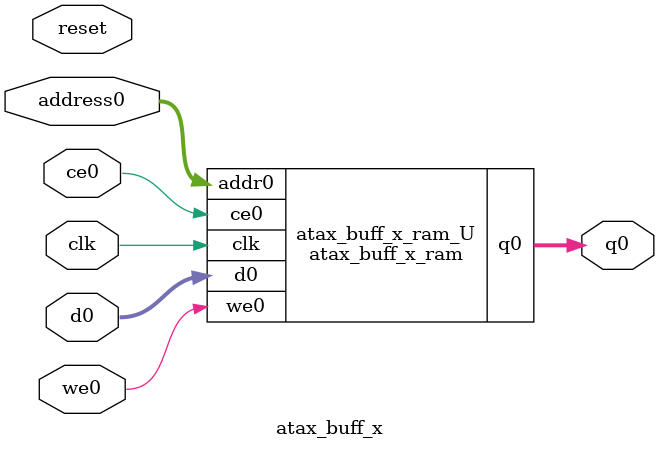
<source format=v>

`timescale 1 ns / 1 ps
module atax_buff_x_ram (addr0, ce0, d0, we0, q0,  clk);

parameter DWIDTH = 32;
parameter AWIDTH = 6;
parameter MEM_SIZE = 64;

input[AWIDTH-1:0] addr0;
input ce0;
input[DWIDTH-1:0] d0;
input we0;
output reg[DWIDTH-1:0] q0;
input clk;

(* ram_style = "block" *)reg [DWIDTH-1:0] ram[0:MEM_SIZE-1];




always @(posedge clk)  
begin 
    if (ce0) 
    begin
        if (we0) 
        begin 
            ram[addr0] <= d0; 
            q0 <= d0;
        end 
        else 
            q0 <= ram[addr0];
    end
end


endmodule


`timescale 1 ns / 1 ps
module atax_buff_x(
    reset,
    clk,
    address0,
    ce0,
    we0,
    d0,
    q0);

parameter DataWidth = 32'd32;
parameter AddressRange = 32'd64;
parameter AddressWidth = 32'd6;
input reset;
input clk;
input[AddressWidth - 1:0] address0;
input ce0;
input we0;
input[DataWidth - 1:0] d0;
output[DataWidth - 1:0] q0;



atax_buff_x_ram atax_buff_x_ram_U(
    .clk( clk ),
    .addr0( address0 ),
    .ce0( ce0 ),
    .we0( we0 ),
    .d0( d0 ),
    .q0( q0 ));

endmodule


</source>
